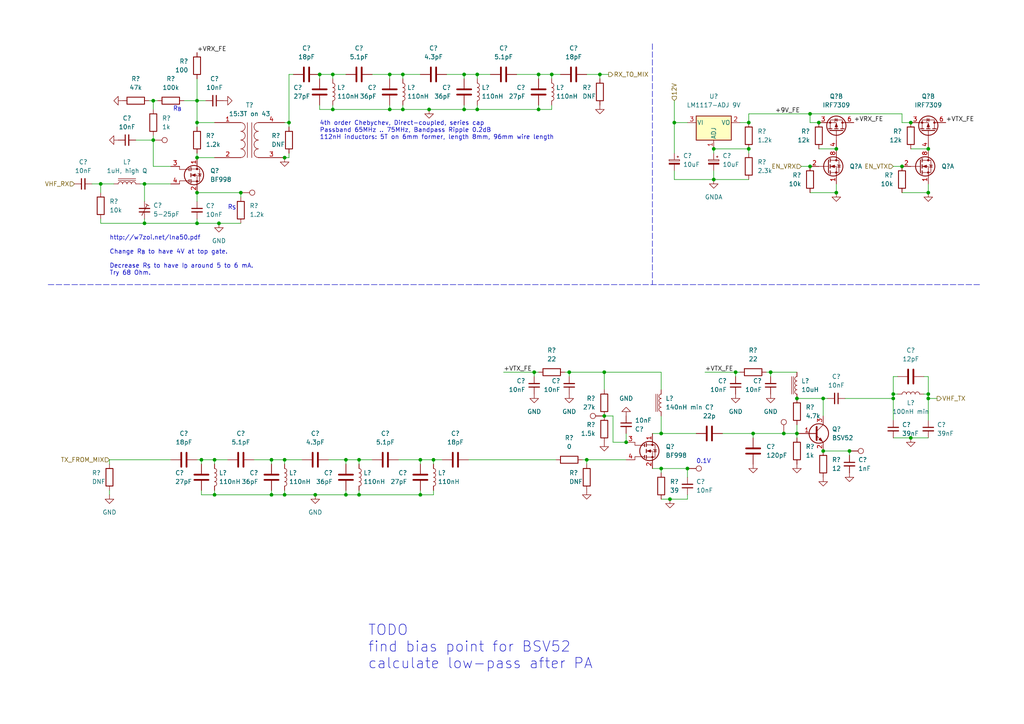
<source format=kicad_sch>
(kicad_sch (version 20211123) (generator eeschema)
  (paper "A4")
  (title_block (title "DART-70 TRX") (date "2023-01-22") (rev "0") (company "HB9EGM") (comment 1 "A 4m Band SSB/CW Transceiver"))
  (lib_symbols
    (symbol "Connector:TestPoint" (pin_numbers hide) (pin_names (offset 0.762) hide)
      (property "Reference" "TP" (at 0 6.858 0))
      (property "Value" "TestPoint" (at 0 5.08 0))
      (symbol "TestPoint_1_1"
        (pin passive line (at 0 0 90) (length 2.54) (name "1") (number "1"))
      )
    )
    (symbol "Device:C" (pin_numbers hide) (pin_names (offset 0.254))
      (property "Reference" "C" (at 0.635 2.54 0))
      (property "Value" "C" (at 0.635 -2.54 0))
      (symbol "C_1_1"
        (pin passive line (at 0 3.81 270) (length 2.794) (name "~") (number "1"))
        (pin passive line (at 0 -3.81 90) (length 2.794) (name "~") (number "2"))
      )
    )
    (symbol "Device:C_Polarized_Small" (pin_numbers hide) (pin_names (offset 0.254) hide)
      (property "Reference" "C" (at 0.254 1.778 0))
      (property "Value" "C_Polarized_Small" (at 0.254 -2.032 0))
      (symbol "C_Polarized_Small_1_1"
        (pin passive line (at 0 2.54 270) (length 1.8542) (name "~") (number "1"))
        (pin passive line (at 0 -2.54 90) (length 1.8542) (name "~") (number "2"))
      )
    )
    (symbol "Device:C_Small" (pin_numbers hide) (pin_names (offset 0.254) hide)
      (property "Reference" "C" (at 0.254 1.778 0))
      (property "Value" "C_Small" (at 0.254 -2.032 0))
      (symbol "C_Small_1_1"
        (pin passive line (at 0 2.54 270) (length 2.032) (name "~") (number "1"))
        (pin passive line (at 0 -2.54 90) (length 2.032) (name "~") (number "2"))
      )
    )
    (symbol "Device:C_Trim_Small" (pin_numbers hide) (pin_names (offset 0.254) hide)
      (property "Reference" "C" (at 1.524 -2.032 0))
      (property "Value" "C_Trim_Small" (at 3.048 -3.556 0))
      (symbol "C_Trim_Small_1_1"
        (pin passive line (at 0 2.54 270) (length 2.032) (name "~") (number "1"))
        (pin passive line (at 0 -2.54 90) (length 2.032) (name "~") (number "2"))
      )
    )
    (symbol "Device:L" (pin_numbers hide) (pin_names (offset 1.016) hide)
      (property "Reference" "L" (at -1.27 0 90))
      (property "Value" "L" (at 1.905 0 90))
      (symbol "L_1_1"
        (pin passive line (at 0 3.81 270) (length 1.27) (name "1") (number "1"))
        (pin passive line (at 0 -3.81 90) (length 1.27) (name "2") (number "2"))
      )
    )
    (symbol "Device:L_Iron" (pin_numbers hide) (pin_names (offset 1.016) hide)
      (property "Reference" "L" (at -1.27 0 90))
      (property "Value" "L_Iron" (at 2.794 0 90))
      (symbol "L_Iron_1_1"
        (pin passive line (at 0 3.81 270) (length 1.27) (name "1") (number "1"))
        (pin passive line (at 0 -3.81 90) (length 1.27) (name "2") (number "2"))
      )
    )
    (symbol "Device:R" (pin_numbers hide) (pin_names (offset 0))
      (property "Reference" "R" (at 2.032 0 90))
      (property "Value" "R" (at 0 0 90))
      (symbol "R_1_1"
        (pin passive line (at 0 3.81 270) (length 1.27) (name "~") (number "1"))
        (pin passive line (at 0 -3.81 90) (length 1.27) (name "~") (number "2"))
      )
    )
    (symbol "Device:Transformer_1P_1S" (pin_names (offset 1.016) hide)
      (property "Reference" "T" (at 0 6.35 0))
      (property "Value" "Transformer_1P_1S" (at 0 -7.62 0))
      (symbol "Transformer_1P_1S_1_1"
        (pin passive line (at -10.16 5.08 0) (length 7.62) (name "AA") (number "1"))
        (pin passive line (at -10.16 -5.08 0) (length 7.62) (name "AB") (number "2"))
        (pin passive line (at 10.16 -5.08 180) (length 7.62) (name "SA") (number "3"))
        (pin passive line (at 10.16 5.08 180) (length 7.62) (name "SB") (number "4"))
      )
    )
    (symbol "Regulator_Linear:LM1117-ADJ" (pin_names (offset 0.254))
      (property "Reference" "U" (at -3.81 3.175 0))
      (property "Value" "LM1117-ADJ" (at 0 3.175 0))
      (symbol "LM1117-ADJ_1_1"
        (pin input line (at 0 -7.62 90) (length 2.54) (name "ADJ") (number "1"))
        (pin power_out line (at 7.62 0 180) (length 2.54) (name "VO") (number "2"))
        (pin power_in line (at -7.62 0 0) (length 2.54) (name "VI") (number "3"))
      )
    )
    (symbol "Transistor_BJT:MMBT3904" (pin_names (offset 0) hide)
      (property "Reference" "Q" (at 5.08 1.905 0))
      (property "Value" "MMBT3904" (at 5.08 0 0))
      (symbol "MMBT3904_1_1"
        (pin input line (at -5.08 0 0) (length 5.715) (name "B") (number "1"))
        (pin passive line (at 2.54 -5.08 90) (length 2.54) (name "E") (number "2"))
        (pin passive line (at 2.54 5.08 270) (length 2.54) (name "C") (number "3"))
      )
    )
    (symbol "Transistor_FET:IRF7309IPBF" (pin_names hide)
      (property "Reference" "Q" (at 5.08 1.905 0))
      (property "Value" "IRF7309IPBF" (at 5.08 0 0))
      (symbol "IRF7309IPBF_1_1"
        (pin passive line (at 2.54 -5.08 90) (length 2.54) (name "S") (number "1"))
        (pin input line (at -5.08 0 0) (length 2.54) (name "G") (number "2"))
        (pin passive line (at 2.54 5.08 270) (length 2.54) hide (name "D") (number "7"))
        (pin passive line (at 2.54 5.08 270) (length 2.54) (name "D") (number "8"))
      )
      (symbol "IRF7309IPBF_2_1"
        (pin passive line (at 2.54 -5.08 90) (length 2.54) (name "1") (number "3"))
        (pin input line (at -5.08 0 0) (length 2.54) (name "G") (number "4"))
        (pin passive line (at 2.54 5.08 270) (length 2.54) hide (name "D") (number "5"))
        (pin passive line (at 2.54 5.08 270) (length 2.54) (name "D") (number "6"))
      )
    )
    (symbol "mpb:BF998" (pin_names hide)
      (property "Reference" "Q?" (at 6.35 1.2701 0))
      (property "Value" "BF998" (at 6.35 -1.2699 0))
      (symbol "BF998_1_1"
        (pin passive line (at 2.54 5.08 270) (length 2.54) (name "D") (number "1"))
        (pin passive line (at 2.54 -5.08 90) (length 2.54) (name "S") (number "2"))
        (pin passive line (at -5.08 2.54 0) (length 2.54) (name "G1") (number "3"))
        (pin passive line (at -5.08 -2.54 0) (length 2.54) (name "G2") (number "4"))
      )
    )
    (symbol "power:GND" (power) (pin_names (offset 0))
      (property "Value" "GND" (at 0 -3.81 0))
      (symbol "GND_1_1"
        (pin power_in line (at 0 0 270) (length 0) hide (name "GND") (number "1"))
      )
    )
    (symbol "power:GNDA" (power) (pin_names (offset 0))
      (property "Value" "GNDA" (at 0 -3.81 0))
      (symbol "GNDA_1_1"
        (pin power_in line (at 0 0 270) (length 0) hide (name "GNDA") (number "1"))
      )
    )
  )
  (junction (at 259.08 114.3))
  (junction (at 217.17 35.56))
  (junction (at 264.16 127))
  (junction (at 121.92 143.51))
  (junction (at 191.77 125.73))
  (junction (at 104.14 133.35))
  (junction (at 237.49 35.56))
  (junction (at 154.94 107.95))
  (junction (at 156.21 31.75))
  (junction (at 207.01 43.18))
  (junction (at 181.61 128.27))
  (junction (at 269.24 114.3))
  (junction (at 116.84 21.59))
  (junction (at 96.52 21.59))
  (junction (at 44.45 29.21))
  (junction (at 138.43 21.59))
  (junction (at 69.85 55.88))
  (junction (at 124.46 31.75))
  (junction (at 113.03 21.59))
  (junction (at 63.5 64.77))
  (junction (at 57.15 64.77))
  (junction (at 57.15 35.56))
  (junction (at 191.77 135.89))
  (junction (at 173.99 21.59))
  (junction (at 83.82 35.56))
  (junction (at 78.74 143.51))
  (junction (at 62.23 143.51))
  (junction (at 234.95 48.26))
  (junction (at 238.76 130.81))
  (junction (at 57.15 55.88))
  (junction (at 259.08 115.57))
  (junction (at 134.62 31.75))
  (junction (at 82.55 143.51))
  (junction (at 41.91 53.34))
  (junction (at 261.62 48.26))
  (junction (at 199.39 135.89))
  (junction (at 246.38 130.81))
  (junction (at 227.33 125.73))
  (junction (at 217.17 43.18))
  (junction (at 156.21 21.59))
  (junction (at 213.36 107.95))
  (junction (at 242.57 55.88))
  (junction (at 195.58 35.56))
  (junction (at 100.33 133.35))
  (junction (at 165.1 107.95))
  (junction (at 269.24 115.57))
  (junction (at 29.21 53.34))
  (junction (at 82.55 133.35))
  (junction (at 170.18 133.35))
  (junction (at 78.74 133.35))
  (junction (at 100.33 143.51))
  (junction (at 91.44 143.51))
  (junction (at 231.14 125.73))
  (junction (at 218.44 125.73))
  (junction (at 44.45 40.64))
  (junction (at 57.15 45.72))
  (junction (at 116.84 31.75))
  (junction (at 134.62 21.59))
  (junction (at 231.14 115.57))
  (junction (at 223.52 107.95))
  (junction (at 207.01 52.07))
  (junction (at 160.02 21.59))
  (junction (at 113.03 31.75))
  (junction (at 175.26 107.95))
  (junction (at 125.73 133.35))
  (junction (at 41.91 64.77))
  (junction (at 194.31 144.78))
  (junction (at 96.52 31.75))
  (junction (at 138.43 31.75))
  (junction (at 82.55 45.72))
  (junction (at 92.71 21.59))
  (junction (at 234.95 33.02))
  (junction (at 57.15 29.21))
  (junction (at 242.57 43.18))
  (junction (at 121.92 133.35))
  (junction (at 269.24 43.18))
  (junction (at 238.76 115.57))
  (junction (at 62.23 133.35))
  (junction (at 269.24 55.88))
  (junction (at 104.14 143.51))
  (junction (at 58.42 133.35))
  (junction (at 264.16 35.56))
  (junction (at 175.26 120.65))
  (wire (pts (xy 96.52 21.59) (xy 96.52 22.86)))
  (wire (pts (xy 62.23 45.72) (xy 57.15 45.72)))
  (wire (pts (xy 134.62 31.75) (xy 134.62 30.48)))
  (wire (pts (xy 121.92 134.62) (xy 121.92 133.35)))
  (wire (pts (xy 261.62 33.02) (xy 261.62 35.56)))
  (wire (pts (xy 125.73 143.51) (xy 125.73 142.24)))
  (wire (pts (xy 213.36 109.22) (xy 213.36 107.95)))
  (wire (pts (xy 31.75 142.24) (xy 31.75 143.51)))
  (wire (pts (xy 154.94 109.22) (xy 154.94 107.95)))
  (wire (pts (xy 58.42 134.62) (xy 58.42 133.35)))
  (wire (pts (xy 195.58 35.56) (xy 195.58 44.45)))
  (wire (pts (xy 238.76 115.57) (xy 240.03 115.57)))
  (wire (pts (xy 246.38 130.81) (xy 238.76 130.81)))
  (wire (pts (xy 199.39 35.56) (xy 195.58 35.56)))
  (wire (pts (xy 82.55 134.62) (xy 82.55 133.35)))
  (wire (pts (xy 218.44 125.73) (xy 218.44 127)))
  (wire (pts (xy 259.08 114.3) (xy 259.08 115.57)))
  (wire (pts (xy 57.15 133.35) (xy 58.42 133.35)))
  (wire (pts (xy 31.75 133.35) (xy 49.53 133.35)))
  (wire (pts (xy 63.5 64.77) (xy 57.15 64.77)))
  (wire (pts (xy 138.43 31.75) (xy 156.21 31.75)))
  (wire (pts (xy 242.57 55.88) (xy 234.95 55.88)))
  (wire (pts (xy 234.95 35.56) (xy 237.49 35.56)))
  (wire (pts (xy 246.38 132.08) (xy 246.38 130.81)))
  (wire (pts (xy 195.58 52.07) (xy 207.01 52.07)))
  (wire (pts (xy 177.8 120.65) (xy 177.8 128.27)))
  (wire (pts (xy 82.55 143.51) (xy 82.55 142.24)))
  (wire (pts (xy 40.64 53.34) (xy 41.91 53.34)))
  (wire (pts (xy 134.62 21.59) (xy 138.43 21.59)))
  (wire (pts (xy 259.08 109.22) (xy 260.35 109.22)))
  (wire (pts (xy 57.15 45.72) (xy 57.15 44.45)))
  (wire (pts (xy 113.03 31.75) (xy 113.03 30.48)))
  (wire (pts (xy 269.24 115.57) (xy 269.24 121.92)))
  (wire (pts (xy 107.95 21.59) (xy 113.03 21.59)))
  (wire (pts (xy 259.08 114.3) (xy 260.35 114.3)))
  (wire (pts (xy 191.77 135.89) (xy 189.23 135.89)))
  (wire (pts (xy 156.21 31.75) (xy 156.21 30.48)))
  (wire (pts (xy 217.17 33.02) (xy 217.17 35.56)))
  (polyline (pts (xy 138.43 82.55) (xy 284.48 82.55)))
  (wire (pts (xy 31.75 134.62) (xy 31.75 133.35)))
  (wire (pts (xy 104.14 143.51) (xy 104.14 142.24)))
  (polyline (pts (xy 13.97 82.55) (xy 138.43 82.55)))
  (wire (pts (xy 231.14 123.19) (xy 231.14 125.73)))
  (wire (pts (xy 269.24 114.3) (xy 267.97 114.3)))
  (wire (pts (xy 57.15 55.88) (xy 57.15 58.42)))
  (wire (pts (xy 156.21 21.59) (xy 160.02 21.59)))
  (wire (pts (xy 177.8 128.27) (xy 181.61 128.27)))
  (wire (pts (xy 83.82 44.45) (xy 83.82 45.72)))
  (wire (pts (xy 232.41 48.26) (xy 234.95 48.26)))
  (wire (pts (xy 175.26 107.95) (xy 191.77 107.95)))
  (wire (pts (xy 100.33 143.51) (xy 100.33 142.24)))
  (wire (pts (xy 82.55 143.51) (xy 78.74 143.51)))
  (wire (pts (xy 96.52 21.59) (xy 100.33 21.59)))
  (wire (pts (xy 124.46 31.75) (xy 134.62 31.75)))
  (wire (pts (xy 58.42 133.35) (xy 62.23 133.35)))
  (polyline (pts (xy 189.23 12.7) (xy 189.23 82.55)))
  (wire (pts (xy 29.21 64.77) (xy 41.91 64.77)))
  (wire (pts (xy 43.18 29.21) (xy 44.45 29.21)))
  (wire (pts (xy 234.95 33.02) (xy 217.17 33.02)))
  (wire (pts (xy 191.77 125.73) (xy 201.93 125.73)))
  (wire (pts (xy 73.66 133.35) (xy 78.74 133.35)))
  (wire (pts (xy 78.74 133.35) (xy 82.55 133.35)))
  (wire (pts (xy 121.92 133.35) (xy 125.73 133.35)))
  (wire (pts (xy 96.52 31.75) (xy 113.03 31.75)))
  (wire (pts (xy 269.24 114.3) (xy 269.24 115.57)))
  (wire (pts (xy 234.95 33.02) (xy 234.95 35.56)))
  (wire (pts (xy 116.84 22.86) (xy 116.84 21.59)))
  (wire (pts (xy 199.39 143.51) (xy 199.39 144.78)))
  (wire (pts (xy 199.39 144.78) (xy 194.31 144.78)))
  (wire (pts (xy 149.86 21.59) (xy 156.21 21.59)))
  (wire (pts (xy 85.09 21.59) (xy 83.82 21.59)))
  (wire (pts (xy 269.24 109.22) (xy 269.24 114.3)))
  (wire (pts (xy 156.21 22.86) (xy 156.21 21.59)))
  (wire (pts (xy 213.36 107.95) (xy 214.63 107.95)))
  (wire (pts (xy 222.25 107.95) (xy 223.52 107.95)))
  (wire (pts (xy 78.74 143.51) (xy 78.74 142.24)))
  (wire (pts (xy 115.57 133.35) (xy 121.92 133.35)))
  (wire (pts (xy 156.21 31.75) (xy 160.02 31.75)))
  (wire (pts (xy 41.91 64.77) (xy 57.15 64.77)))
  (wire (pts (xy 269.24 109.22) (xy 267.97 109.22)))
  (wire (pts (xy 57.15 64.77) (xy 57.15 63.5)))
  (wire (pts (xy 57.15 29.21) (xy 57.15 22.86)))
  (wire (pts (xy 83.82 45.72) (xy 82.55 45.72)))
  (wire (pts (xy 173.99 21.59) (xy 176.53 21.59)))
  (wire (pts (xy 57.15 36.83) (xy 57.15 35.56)))
  (wire (pts (xy 154.94 107.95) (xy 156.21 107.95)))
  (wire (pts (xy 191.77 144.78) (xy 194.31 144.78)))
  (wire (pts (xy 116.84 31.75) (xy 113.03 31.75)))
  (wire (pts (xy 100.33 134.62) (xy 100.33 133.35)))
  (wire (pts (xy 138.43 21.59) (xy 142.24 21.59)))
  (wire (pts (xy 207.01 49.53) (xy 207.01 52.07)))
  (wire (pts (xy 113.03 22.86) (xy 113.03 21.59)))
  (wire (pts (xy 58.42 143.51) (xy 58.42 142.24)))
  (wire (pts (xy 135.89 133.35) (xy 161.29 133.35)))
  (wire (pts (xy 62.23 35.56) (xy 57.15 35.56)))
  (wire (pts (xy 104.14 134.62) (xy 104.14 133.35)))
  (wire (pts (xy 82.55 35.56) (xy 83.82 35.56)))
  (wire (pts (xy 58.42 143.51) (xy 62.23 143.51)))
  (wire (pts (xy 165.1 109.22) (xy 165.1 107.95)))
  (wire (pts (xy 113.03 21.59) (xy 116.84 21.59)))
  (wire (pts (xy 264.16 43.18) (xy 269.24 43.18)))
  (wire (pts (xy 69.85 64.77) (xy 63.5 64.77)))
  (wire (pts (xy 62.23 133.35) (xy 62.23 134.62)))
  (wire (pts (xy 44.45 29.21) (xy 44.45 31.75)))
  (wire (pts (xy 69.85 57.15) (xy 69.85 55.88)))
  (wire (pts (xy 116.84 21.59) (xy 121.92 21.59)))
  (wire (pts (xy 125.73 134.62) (xy 125.73 133.35)))
  (wire (pts (xy 29.21 63.5) (xy 29.21 64.77)))
  (wire (pts (xy 62.23 143.51) (xy 62.23 142.24)))
  (wire (pts (xy 261.62 35.56) (xy 264.16 35.56)))
  (wire (pts (xy 92.71 31.75) (xy 96.52 31.75)))
  (wire (pts (xy 160.02 22.86) (xy 160.02 21.59)))
  (wire (pts (xy 83.82 36.83) (xy 83.82 35.56)))
  (wire (pts (xy 92.71 21.59) (xy 96.52 21.59)))
  (wire (pts (xy 173.99 22.86) (xy 173.99 21.59)))
  (wire (pts (xy 138.43 22.86) (xy 138.43 21.59)))
  (wire (pts (xy 104.14 143.51) (xy 121.92 143.51)))
  (wire (pts (xy 41.91 53.34) (xy 49.53 53.34)))
  (polyline (pts (xy 138.43 82.55) (xy 138.43 82.55)))
  (wire (pts (xy 223.52 109.22) (xy 223.52 107.95)))
  (wire (pts (xy 214.63 35.56) (xy 217.17 35.56)))
  (wire (pts (xy 92.71 22.86) (xy 92.71 21.59)))
  (wire (pts (xy 41.91 58.42) (xy 41.91 53.34)))
  (wire (pts (xy 191.77 135.89) (xy 191.77 137.16)))
  (wire (pts (xy 217.17 43.18) (xy 217.17 44.45)))
  (wire (pts (xy 116.84 31.75) (xy 124.46 31.75)))
  (wire (pts (xy 39.37 40.64) (xy 44.45 40.64)))
  (wire (pts (xy 269.24 115.57) (xy 271.78 115.57)))
  (wire (pts (xy 160.02 21.59) (xy 162.56 21.59)))
  (wire (pts (xy 29.21 55.88) (xy 29.21 53.34)))
  (wire (pts (xy 62.23 133.35) (xy 66.04 133.35)))
  (wire (pts (xy 165.1 107.95) (xy 175.26 107.95)))
  (wire (pts (xy 91.44 143.51) (xy 100.33 143.51)))
  (wire (pts (xy 259.08 48.26) (xy 261.62 48.26)))
  (wire (pts (xy 168.91 133.35) (xy 170.18 133.35)))
  (wire (pts (xy 44.45 39.37) (xy 44.45 40.64)))
  (wire (pts (xy 160.02 31.75) (xy 160.02 30.48)))
  (wire (pts (xy 121.92 143.51) (xy 125.73 143.51)))
  (wire (pts (xy 100.33 133.35) (xy 104.14 133.35)))
  (wire (pts (xy 45.72 29.21) (xy 44.45 29.21)))
  (wire (pts (xy 238.76 120.65) (xy 238.76 115.57)))
  (wire (pts (xy 269.24 53.34) (xy 269.24 55.88)))
  (wire (pts (xy 95.25 133.35) (xy 100.33 133.35)))
  (wire (pts (xy 175.26 113.03) (xy 175.26 107.95)))
  (wire (pts (xy 116.84 31.75) (xy 116.84 30.48)))
  (wire (pts (xy 259.08 109.22) (xy 259.08 114.3)))
  (wire (pts (xy 209.55 125.73) (xy 218.44 125.73)))
  (wire (pts (xy 134.62 22.86) (xy 134.62 21.59)))
  (wire (pts (xy 264.16 127) (xy 269.24 127)))
  (wire (pts (xy 207.01 43.18) (xy 207.01 44.45)))
  (wire (pts (xy 191.77 113.03) (xy 191.77 107.95)))
  (wire (pts (xy 237.49 43.18) (xy 242.57 43.18)))
  (wire (pts (xy 231.14 125.73) (xy 231.14 127)))
  (wire (pts (xy 104.14 133.35) (xy 107.95 133.35)))
  (wire (pts (xy 170.18 134.62) (xy 170.18 133.35)))
  (wire (pts (xy 121.92 143.51) (xy 121.92 142.24)))
  (wire (pts (xy 125.73 133.35) (xy 128.27 133.35)))
  (wire (pts (xy 82.55 133.35) (xy 87.63 133.35)))
  (wire (pts (xy 96.52 31.75) (xy 96.52 30.48)))
  (wire (pts (xy 227.33 125.73) (xy 231.14 125.73)))
  (wire (pts (xy 181.61 128.27) (xy 181.61 125.73)))
  (wire (pts (xy 69.85 55.88) (xy 57.15 55.88)))
  (wire (pts (xy 259.08 127) (xy 264.16 127)))
  (wire (pts (xy 195.58 49.53) (xy 195.58 52.07)))
  (wire (pts (xy 261.62 33.02) (xy 234.95 33.02)))
  (wire (pts (xy 129.54 21.59) (xy 134.62 21.59)))
  (wire (pts (xy 138.43 31.75) (xy 138.43 30.48)))
  (wire (pts (xy 245.11 115.57) (xy 259.08 115.57)))
  (wire (pts (xy 199.39 138.43) (xy 199.39 135.89)))
  (wire (pts (xy 191.77 120.65) (xy 191.77 125.73)))
  (wire (pts (xy 189.23 125.73) (xy 191.77 125.73)))
  (wire (pts (xy 218.44 125.73) (xy 227.33 125.73)))
  (wire (pts (xy 195.58 29.21) (xy 195.58 35.56)))
  (wire (pts (xy 238.76 115.57) (xy 231.14 115.57)))
  (wire (pts (xy 78.74 134.62) (xy 78.74 133.35)))
  (wire (pts (xy 170.18 21.59) (xy 173.99 21.59)))
  (wire (pts (xy 175.26 120.65) (xy 177.8 120.65)))
  (wire (pts (xy 57.15 29.21) (xy 59.69 29.21)))
  (wire (pts (xy 53.34 29.21) (xy 57.15 29.21)))
  (wire (pts (xy 204.47 107.95) (xy 213.36 107.95)))
  (wire (pts (xy 83.82 21.59) (xy 83.82 35.56)))
  (wire (pts (xy 92.71 31.75) (xy 92.71 30.48)))
  (wire (pts (xy 44.45 48.26) (xy 49.53 48.26)))
  (wire (pts (xy 163.83 107.95) (xy 165.1 107.95)))
  (wire (pts (xy 26.67 53.34) (xy 29.21 53.34)))
  (wire (pts (xy 269.24 55.88) (xy 261.62 55.88)))
  (wire (pts (xy 44.45 40.64) (xy 44.45 48.26)))
  (wire (pts (xy 134.62 31.75) (xy 138.43 31.75)))
  (wire (pts (xy 170.18 133.35) (xy 181.61 133.35)))
  (wire (pts (xy 41.91 63.5) (xy 41.91 64.77)))
  (wire (pts (xy 207.01 52.07) (xy 217.17 52.07)))
  (wire (pts (xy 100.33 143.51) (xy 104.14 143.51)))
  (wire (pts (xy 62.23 143.51) (xy 78.74 143.51)))
  (wire (pts (xy 29.21 53.34) (xy 33.02 53.34)))
  (wire (pts (xy 223.52 107.95) (xy 231.14 107.95)))
  (wire (pts (xy 57.15 35.56) (xy 57.15 29.21)))
  (wire (pts (xy 199.39 135.89) (xy 191.77 135.89)))
  (wire (pts (xy 207.01 43.18) (xy 217.17 43.18)))
  (wire (pts (xy 259.08 115.57) (xy 259.08 121.92)))
  (wire (pts (xy 146.05 107.95) (xy 154.94 107.95)))
  (wire (pts (xy 82.55 143.51) (xy 91.44 143.51)))
  (wire (pts (xy 242.57 53.34) (xy 242.57 55.88)))
  (text "R_{B}" (at 50.165 32.385 0) (effects (font (size 1.27 1.27)) (justify left bottom)))
  (text "R_{S}" (at 66.04 60.96 0) (effects (font (size 1.27 1.27)) (justify left bottom)))
  (text "TODO\nfind bias point for BSV52\ncalculate low-pass after PA" (at 106.68 194.31 0) (effects (font (size 3 3)) (justify left bottom)))
  (text "http://w7zoi.net/lna50.pdf\n\nChange R_{B} to have 4V at top gate.\n\nDecrease R_{S} to have I_{D} around 5 to 6 mA.\nTry 68 Ohm." (at 31.75 80.01 0) (effects (font (size 1.27 1.27)) (justify left bottom)))
  (text "4th order Chebychev, Direct-coupled, series cap\nPassband 65MHz .. 75MHz, Bandpass Ripple 0.2dB\n112nH inductors: 5T on 6mm former, length 8mm, 96mm wire length" (at 92.71 40.64 0) (effects (font (size 1.27 1.27)) (justify left bottom)))
  (text "0.1V" (at 201.93 134.62 0) (effects (font (size 1.27 1.27)) (justify left bottom)))
  (label "+VTX_FE" (at 274.32 35.56 0))
  (label "+VRX_FE" (at 57.15 15.24 0))
  (label "+VTX_FE" (at 146.05 107.95 0))
  (label "+VTX_FE" (at 204.47 107.95 0))
  (label "+VRX_FE" (at 247.65 35.56 0))
  (label "+9V_FE" (at 224.79 33.02 0))
  (hierarchical_label "12V" (shape input) (at 195.58 29.21 90))
  (hierarchical_label "EN_VTX" (shape input) (at 259.08 48.26 180))
  (hierarchical_label "VHF_RX" (shape input) (at 21.59 53.34 180))
  (hierarchical_label "EN_VRX" (shape input) (at 232.41 48.26 180))
  (hierarchical_label "VHF_TX" (shape output) (at 271.78 115.57 0))
  (hierarchical_label "TX_FROM_MIX" (shape input) (at 31.75 133.35 180))
  (hierarchical_label "RX_TO_MIX" (shape output) (at 176.53 21.59 0))
  (symbol (lib_id "Device:C_Small") (at 36.83 40.64 90) (unit 1)
    (property "Reference" "C?" (at 36.8363 34.29 90))
    (property "Value" "10nF" (at 36.8363 36.83 90))
  )
  (symbol (lib_id "Device:R") (at 217.17 48.26 0) (mirror y) (unit 1)
    (property "Reference" "R?" (at 219.71 46.9899 0) (effects (justify right)))
    (property "Value" "2.3k" (at 219.71 49.5299 0) (effects (justify right)))
    (property "Footprint" "Resistor_SMD:R_0603_1608Metric_Pad1.05x0.95mm_HandSolder" (effects hide))
  )
  (symbol (lib_id "Device:R") (at 231.14 119.38 0) (mirror y) (unit 1)
    (property "Reference" "R?" (at 233.68 118.1099 0) (effects (justify right)))
    (property "Value" "4.7k" (at 233.68 120.6499 0) (effects (justify right)))
  )
  (symbol (lib_id "Device:C_Small") (at 223.52 111.76 0) (mirror x) (unit 1)
    (property "Reference" "C?" (at 220.98 110.4835 0) (effects (justify right)))
    (property "Value" "10nF" (at 220.98 113.0235 0) (effects (justify right)))
  )
  (symbol (lib_id "Device:C_Small") (at 269.24 124.46 0) (mirror y) (unit 1)
    (property "Reference" "C?" (at 271.78 123.1962 0) (effects (justify right)))
    (property "Value" "39nF" (at 271.78 125.7362 0) (effects (justify right)))
  )
  (symbol (lib_id "Device:C") (at 88.9 21.59 90) (unit 1)
    (property "Reference" "C?" (at 88.9 13.97 90))
    (property "Value" "18pF" (at 88.9 16.51 90))
    (property "Footprint" "Capacitor_SMD:C_0603_1608Metric_Pad1.05x0.95mm_HandSolder" (effects hide))
    (property "MPN" "CBR" (effects hide))
    (property "Need_order" "0" (effects hide))
  )
  (symbol (lib_id "Connector:TestPoint") (at 199.39 135.89 270) (unit 1)
    (property "Reference" "TP?" (effects hide))
    (property "Value" "VG" (effects hide))
    (property "Footprint" "TestPoint:TestPoint_Pad_D2.0mm" (effects hide))
  )
  (symbol (lib_id "Device:C") (at 100.33 138.43 180) (unit 1)
    (property "Reference" "C?" (at 96.52 137.1599 0) (effects (justify left)))
    (property "Value" "36pF" (at 96.52 139.6999 0) (effects (justify left)))
    (property "Footprint" "Capacitor_SMD:C_0603_1608Metric_Pad1.05x0.95mm_HandSolder" (effects hide))
    (property "MPN" "CBR" (effects hide))
    (property "Need_order" "0" (effects hide))
  )
  (symbol (lib_id "Device:R") (at 234.95 52.07 180) (unit 1)
    (property "Reference" "R?" (at 232.41 50.7999 0) (effects (justify left)))
    (property "Value" "10k" (at 232.41 53.3399 0) (effects (justify left)))
    (property "Footprint" "Resistor_SMD:R_0603_1608Metric_Pad1.05x0.95mm_HandSolder" (effects hide))
  )
  (symbol (lib_id "Device:C") (at 205.74 125.73 90) (unit 1)
    (property "Reference" "C?" (at 205.74 118.11 90))
    (property "Value" "22p" (at 205.74 120.65 90))
    (property "Footprint" "Capacitor_SMD:C_0603_1608Metric_Pad1.05x0.95mm_HandSolder" (effects hide))
    (property "MPN" "CBR" (effects hide))
    (property "Need_order" "0" (effects hide))
  )
  (symbol (lib_id "power:GND") (at 154.94 114.3 0) (mirror y) (unit 1)
    (property "Reference" "#PWR?" (effects hide))
    (property "Value" "GND" (at 154.94 119.38 0))
  )
  (symbol (lib_id "power:GNDA") (at 269.24 55.88 0) (unit 1)
    (property "Reference" "#PWR?" (effects hide))
    (property "Value" "GNDA" (effects hide))
  )
  (symbol (lib_id "Device:C") (at 156.21 26.67 180) (unit 1)
    (property "Reference" "C?" (at 152.4 25.3999 0) (effects (justify left)))
    (property "Value" "27pF" (at 152.4 27.9399 0) (effects (justify left)))
    (property "Footprint" "Capacitor_SMD:C_0603_1608Metric_Pad1.05x0.95mm_HandSolder" (effects hide))
    (property "MPN" "CBR" (effects hide))
    (property "Need_order" "0" (effects hide))
  )
  (symbol (lib_id "power:GND") (at 238.76 138.43 0) (unit 1)
    (property "Reference" "#PWR?" (effects hide))
    (property "Value" "GND" (effects hide))
  )
  (symbol (lib_id "Device:R") (at 175.26 116.84 0) (mirror x) (unit 1)
    (property "Reference" "R?" (at 172.72 115.5699 0) (effects (justify right)))
    (property "Value" "27k" (at 172.72 118.1099 0) (effects (justify right)))
  )
  (symbol (lib_id "Device:R") (at 44.45 35.56 0) (unit 1)
    (property "Reference" "R?" (at 46.99 34.2899 0) (effects (justify left)))
    (property "Value" "1k" (at 46.99 36.8299 0) (effects (justify left)))
  )
  (symbol (lib_id "Connector:TestPoint") (at 227.33 125.73 0) (unit 1)
    (property "Reference" "TP?" (effects hide))
    (property "Value" "VG" (effects hide))
    (property "Footprint" "TestPoint:TestPoint_Pad_D2.0mm" (effects hide))
  )
  (symbol (lib_id "Device:L") (at 160.02 26.67 0) (unit 1)
    (property "Reference" "L?" (at 161.29 25.3999 0) (effects (justify left)))
    (property "Value" "110nH" (at 161.29 27.9399 0) (effects (justify left)))
    (property "Footprint" "mpb:AirCoil-8mm" (effects hide))
    (property "Need_order" "0" (effects hide))
  )
  (symbol (lib_id "power:GND") (at 82.55 45.72 0) (unit 1)
    (property "Reference" "#PWR?" (effects hide))
    (property "Value" "GND" (effects hide))
  )
  (symbol (lib_id "Device:C") (at 111.76 133.35 270) (unit 1)
    (property "Reference" "C?" (at 111.76 125.73 90))
    (property "Value" "5.1pF" (at 111.76 128.27 90))
    (property "Footprint" "Capacitor_SMD:C_0603_1608Metric_Pad1.05x0.95mm_HandSolder" (effects hide))
    (property "MPN" "CBR" (effects hide))
    (property "Need_order" "0" (effects hide))
  )
  (symbol (lib_id "Device:C_Small") (at 181.61 123.19 0) (mirror y) (unit 1)
    (property "Reference" "C?" (at 184.15 124.4665 0) (effects (justify right)))
    (property "Value" "10nF" (at 184.15 121.9265 0) (effects (justify right)))
  )
  (symbol (lib_id "Connector:TestPoint") (at 246.38 130.81 270) (unit 1)
    (property "Reference" "TP?" (effects hide))
    (property "Value" "VG" (effects hide))
    (property "Footprint" "TestPoint:TestPoint_Pad_D2.0mm" (effects hide))
  )
  (symbol (lib_id "Device:C") (at 104.14 21.59 90) (unit 1)
    (property "Reference" "C?" (at 104.14 13.97 90))
    (property "Value" "5.1pF" (at 104.14 16.51 90))
    (property "Footprint" "Capacitor_SMD:C_0603_1608Metric_Pad1.05x0.95mm_HandSolder" (effects hide))
    (property "MPN" "CBR" (effects hide))
    (property "Need_order" "0" (effects hide))
  )
  (symbol (lib_id "Device:R") (at 231.14 130.81 0) (mirror y) (unit 1)
    (property "Reference" "R?" (at 233.68 129.5399 0) (effects (justify right)))
    (property "Value" "1k" (at 233.68 132.0799 0) (effects (justify right)))
  )
  (symbol (lib_id "Connector:TestPoint") (at 69.85 55.88 270) (unit 1)
    (property "Reference" "TP?" (effects hide))
    (property "Value" "VG" (effects hide))
    (property "Footprint" "TestPoint:TestPoint_Pad_D2.0mm" (effects hide))
  )
  (symbol (lib_id "Device:C") (at 264.16 109.22 90) (unit 1)
    (property "Reference" "C?" (at 264.16 101.6 90))
    (property "Value" "12pF" (at 264.16 104.14 90))
    (property "Footprint" "Capacitor_SMD:C_0603_1608Metric_Pad1.05x0.95mm_HandSolder" (effects hide))
    (property "MPN" "CBR" (effects hide))
    (property "Need_order" "0" (effects hide))
  )
  (symbol (lib_id "Connector:TestPoint") (at 175.26 120.65 90) (unit 1)
    (property "Reference" "TP?" (effects hide))
    (property "Value" "VG" (effects hide))
    (property "Footprint" "TestPoint:TestPoint_Pad_D2.0mm" (effects hide))
  )
  (symbol (lib_id "Device:C") (at 91.44 133.35 270) (unit 1)
    (property "Reference" "C?" (at 91.44 125.73 90))
    (property "Value" "4.3pF" (at 91.44 128.27 90))
    (property "Footprint" "Capacitor_SMD:C_0603_1608Metric_Pad1.05x0.95mm_HandSolder" (effects hide))
    (property "MPN" "CBR" (effects hide))
    (property "Need_order" "0" (effects hide))
  )
  (symbol (lib_id "Device:C") (at 134.62 26.67 180) (unit 1)
    (property "Reference" "C?" (at 130.81 25.3999 0) (effects (justify left)))
    (property "Value" "36pF" (at 130.81 27.9399 0) (effects (justify left)))
    (property "Footprint" "Capacitor_SMD:C_0603_1608Metric_Pad1.05x0.95mm_HandSolder" (effects hide))
    (property "MPN" "CBR" (effects hide))
    (property "Need_order" "0" (effects hide))
  )
  (symbol (lib_id "Device:R") (at 165.1 133.35 270) (unit 1)
    (property "Reference" "R?" (at 165.1 127 90))
    (property "Value" "0" (at 165.1 129.54 90))
  )
  (symbol (lib_id "power:GND") (at 35.56 29.21 270) (unit 1)
    (property "Reference" "#PWR?" (effects hide))
    (property "Value" "GND" (effects hide))
  )
  (symbol (lib_id "Device:C_Small") (at 242.57 115.57 270) (mirror x) (unit 1)
    (property "Reference" "C?" (at 242.5636 109.22 90))
    (property "Value" "10nF" (at 242.5636 111.76 90))
  )
  (symbol (lib_id "power:GND") (at 173.99 30.48 0) (unit 1)
    (property "Reference" "#PWR?" (effects hide))
    (property "Value" "GND" (effects hide))
  )
  (symbol (lib_id "Transistor_FET:IRF7309IPBF") (at 269.24 38.1 270) (mirror x) (unit 2)
    (property "Reference" "Q?" (at 269.24 27.94 90))
    (property "Value" "IRF7309" (at 269.24 30.48 90))
    (property "Footprint" "Package_SO:SOIC-8_3.9x4.9mm_P1.27mm" (effects hide))
    (property "Datasheet" "http://www.irf.com/product-info/datasheets/data/irf7309ipbf.pdf" (effects hide))
    (property "MPN" "IRF7309IPBF" (effects hide))
    (property "Need_order" "1" (effects hide))
  )
  (symbol (lib_id "power:GNDA") (at 242.57 55.88 0) (unit 1)
    (property "Reference" "#PWR?" (effects hide))
    (property "Value" "GNDA" (effects hide))
  )
  (symbol (lib_id "Device:C") (at 53.34 133.35 90) (unit 1)
    (property "Reference" "C?" (at 53.34 125.73 90))
    (property "Value" "18pF" (at 53.34 128.27 90))
    (property "Footprint" "Capacitor_SMD:C_0603_1608Metric_Pad1.05x0.95mm_HandSolder" (effects hide))
    (property "MPN" "CBR" (effects hide))
    (property "Need_order" "0" (effects hide))
  )
  (symbol (lib_id "power:GND") (at 170.18 142.24 0) (unit 1)
    (property "Reference" "#PWR?" (effects hide))
    (property "Value" "GND" (effects hide))
  )
  (symbol (lib_id "Device:L") (at 62.23 138.43 0) (unit 1)
    (property "Reference" "L?" (at 63.5 137.1599 0) (effects (justify left)))
    (property "Value" "110nH" (at 63.5 139.6999 0) (effects (justify left)))
    (property "Footprint" "mpb:AirCoil-8mm" (effects hide))
    (property "Need_order" "0" (effects hide))
  )
  (symbol (lib_id "Device:C_Small") (at 259.08 124.46 0) (mirror y) (unit 1)
    (property "Reference" "C?" (at 261.62 123.1962 0) (effects (justify right)))
    (property "Value" "39nF" (at 261.62 125.7362 0) (effects (justify right)))
  )
  (symbol (lib_id "Transistor_FET:IRF7309IPBF") (at 266.7 48.26 0) (unit 1)
    (property "Reference" "Q?" (at 273.05 48.2599 0) (effects (justify left)))
    (property "Value" "IRF7309IPBF" (effects hide))
    (property "Footprint" "Package_SO:SOIC-8_3.9x4.9mm_P1.27mm" (effects hide))
    (property "Datasheet" "http://www.irf.com/product-info/datasheets/data/irf7309ipbf.pdf" (effects hide))
  )
  (symbol (lib_id "power:GND") (at 231.14 134.62 0) (unit 1)
    (property "Reference" "#PWR?" (effects hide))
    (property "Value" "GND" (effects hide))
  )
  (symbol (lib_id "Device:R") (at 69.85 60.96 0) (unit 1)
    (property "Reference" "R?" (at 72.39 59.6899 0) (effects (justify left)))
    (property "Value" "1.2k" (at 72.39 62.2299 0) (effects (justify left)))
  )
  (symbol (lib_id "power:GNDA") (at 207.01 52.07 0) (unit 1)
    (property "Reference" "#PWR?" (effects hide))
    (property "Value" "GNDA" (at 207.01 57.15 0))
  )
  (symbol (lib_id "Device:C") (at 166.37 21.59 90) (unit 1)
    (property "Reference" "C?" (at 166.37 13.97 90))
    (property "Value" "18pF" (at 166.37 16.51 90))
    (property "Footprint" "Capacitor_SMD:C_0603_1608Metric_Pad1.05x0.95mm_HandSolder" (effects hide))
    (property "MPN" "CBR" (effects hide))
    (property "Need_order" "0" (effects hide))
  )
  (symbol (lib_id "Device:C_Small") (at 57.15 60.96 0) (unit 1)
    (property "Reference" "C?" (at 59.69 59.6962 0) (effects (justify left)))
    (property "Value" "10nF" (at 59.69 62.2362 0) (effects (justify left)))
  )
  (symbol (lib_id "mpb:BF998") (at 186.69 130.81 0) (unit 1)
    (property "Reference" "Q?" (at 193.04 129.5399 0) (effects (justify left)))
    (property "Value" "BF998" (at 193.04 132.0799 0) (effects (justify left)))
    (property "Footprint" "Package_TO_SOT_SMD:SOT-143" (effects hide))
    (property "Datasheet" "/home/bram/Sync/Doc/Datasheet/BF998.pdf" (effects hide))
  )
  (symbol (lib_id "Transistor_BJT:MMBT3904") (at 236.22 125.73 0) (unit 1)
    (property "Reference" "Q?" (at 241.3 124.4599 0) (effects (justify left)))
    (property "Value" "BSV52" (at 241.3 126.9999 0) (effects (justify left)))
    (property "Footprint" "Package_TO_SOT_SMD:SOT-23" (effects hide))
    (property "Datasheet" "/home/bram/Sync/Doc/Datasheet/BSV52LT1_D-1803134.pdf" (effects hide))
    (property "MPN" "BSV52LT1G" (effects hide))
    (property "Need_order" "0" (effects hide))
  )
  (symbol (lib_id "Device:C") (at 92.71 26.67 180) (unit 1)
    (property "Reference" "C?" (at 85.09 25.4 0) (effects (justify right)))
    (property "Value" "27pF" (at 85.09 27.94 0) (effects (justify right)))
    (property "Footprint" "Capacitor_SMD:C_0603_1608Metric_Pad1.05x0.95mm_HandSolder" (effects hide))
    (property "MPN" "CBR" (effects hide))
    (property "Need_order" "0" (effects hide))
  )
  (symbol (lib_id "power:GND") (at 246.38 137.16 0) (unit 1)
    (property "Reference" "#PWR?" (effects hide))
    (property "Value" "GND" (effects hide))
  )
  (symbol (lib_id "power:GND") (at 175.26 128.27 0) (mirror y) (unit 1)
    (property "Reference" "#PWR?" (effects hide))
    (property "Value" "GND" (effects hide))
  )
  (symbol (lib_id "Device:C") (at 218.44 130.81 180) (unit 1)
    (property "Reference" "C?" (at 222.25 129.5399 0) (effects (justify right)))
    (property "Value" "120pF" (at 222.25 132.0799 0) (effects (justify right)))
    (property "Footprint" "Capacitor_SMD:C_0603_1608Metric_Pad1.05x0.95mm_HandSolder" (effects hide))
    (property "MPN" "CBR" (effects hide))
    (property "Need_order" "0" (effects hide))
  )
  (symbol (lib_id "Device:C_Trim_Small") (at 41.91 60.96 0) (unit 1)
    (property "Reference" "C?" (at 44.45 59.5629 0) (effects (justify left)))
    (property "Value" "5-25pF" (at 44.45 62.1029 0) (effects (justify left)))
  )
  (symbol (lib_id "Device:L") (at 125.73 138.43 0) (unit 1)
    (property "Reference" "L?" (at 127 137.1599 0) (effects (justify left)))
    (property "Value" "110nH" (at 127 139.6999 0) (effects (justify left)))
    (property "Footprint" "mpb:AirCoil-8mm" (effects hide))
    (property "Need_order" "0" (effects hide))
  )
  (symbol (lib_id "power:GND") (at 213.36 114.3 0) (mirror y) (unit 1)
    (property "Reference" "#PWR?" (effects hide))
    (property "Value" "GND" (at 213.36 119.38 0))
  )
  (symbol (lib_id "Device:R") (at 39.37 29.21 90) (unit 1)
    (property "Reference" "R?" (at 39.37 22.86 90))
    (property "Value" "47k" (at 39.37 25.4 90))
  )
  (symbol (lib_id "power:GND") (at 124.46 31.75 0) (unit 1)
    (property "Reference" "#PWR?" (effects hide))
    (property "Value" "GND" (effects hide))
  )
  (symbol (lib_id "Device:R") (at 237.49 39.37 0) (unit 1)
    (property "Reference" "R?" (at 234.95 38.0999 0) (effects (justify right)))
    (property "Value" "12k" (at 234.95 40.6399 0) (effects (justify right)))
    (property "Footprint" "Resistor_SMD:R_0603_1608Metric_Pad1.05x0.95mm_HandSolder" (effects hide))
  )
  (symbol (lib_id "Device:L") (at 264.16 114.3 90) (unit 1)
    (property "Reference" "L?" (at 264.16 116.84 90))
    (property "Value" "100nH min" (at 264.16 119.38 90))
    (property "Description" "NEOSID 00 5261 00 originally, 115nH minimum" (effects hide))
  )
  (symbol (lib_id "Device:C_Small") (at 165.1 111.76 0) (mirror x) (unit 1)
    (property "Reference" "C?" (at 162.56 110.4835 0) (effects (justify right)))
    (property "Value" "10nF" (at 162.56 113.0235 0) (effects (justify right)))
  )
  (symbol (lib_id "Device:R") (at 160.02 107.95 270) (mirror x) (unit 1)
    (property "Reference" "R?" (at 160.02 101.6 90))
    (property "Value" "22" (at 160.02 104.14 90))
  )
  (symbol (lib_id "Device:C") (at 146.05 21.59 270) (unit 1)
    (property "Reference" "C?" (at 146.05 13.97 90))
    (property "Value" "5.1pF" (at 146.05 16.51 90))
    (property "Footprint" "Capacitor_SMD:C_0603_1608Metric_Pad1.05x0.95mm_HandSolder" (effects hide))
    (property "MPN" "CBR" (effects hide))
    (property "Need_order" "0" (effects hide))
  )
  (symbol (lib_id "Connector:TestPoint") (at 44.45 40.64 270) (unit 1)
    (property "Reference" "TP?" (effects hide))
    (property "Value" "VG" (effects hide))
    (property "Footprint" "TestPoint:TestPoint_Pad_D2.0mm" (effects hide))
  )
  (symbol (lib_id "Device:Transformer_1P_1S") (at 72.39 40.64 0) (unit 1)
    (property "Reference" "T?" (at 72.4027 30.48 0))
    (property "Value" "15:3T on 43" (at 72.4027 33.02 0))
  )
  (symbol (lib_id "Device:R") (at 57.15 40.64 0) (unit 1)
    (property "Reference" "R?" (at 59.69 39.3699 0) (effects (justify left)))
    (property "Value" "1.2k" (at 59.69 41.9099 0) (effects (justify left)))
  )
  (symbol (lib_id "Device:R") (at 29.21 59.69 0) (unit 1)
    (property "Reference" "R?" (at 31.75 58.4199 0) (effects (justify left)))
    (property "Value" "10k" (at 31.75 60.9599 0) (effects (justify left)))
  )
  (symbol (lib_id "Device:L") (at 82.55 138.43 0) (unit 1)
    (property "Reference" "L?" (at 83.82 137.1599 0) (effects (justify left)))
    (property "Value" "110nH" (at 83.82 139.6999 0) (effects (justify left)))
    (property "Footprint" "mpb:AirCoil-8mm" (effects hide))
    (property "Need_order" "0" (effects hide))
  )
  (symbol (lib_id "power:GND") (at 194.31 144.78 0) (unit 1)
    (property "Reference" "#PWR?" (effects hide))
    (property "Value" "GND" (effects hide))
  )
  (symbol (lib_id "power:GND") (at 64.77 29.21 90) (unit 1)
    (property "Reference" "#PWR?" (effects hide))
    (property "Value" "GND" (effects hide))
  )
  (symbol (lib_id "Device:R") (at 175.26 124.46 0) (mirror y) (unit 1)
    (property "Reference" "R?" (at 172.72 123.1899 0) (effects (justify left)))
    (property "Value" "1.5k" (at 172.72 125.7299 0) (effects (justify left)))
  )
  (symbol (lib_id "Device:C") (at 58.42 138.43 180) (unit 1)
    (property "Reference" "C?" (at 50.8 137.16 0) (effects (justify right)))
    (property "Value" "27pF" (at 50.8 139.7 0) (effects (justify right)))
    (property "Footprint" "Capacitor_SMD:C_0603_1608Metric_Pad1.05x0.95mm_HandSolder" (effects hide))
    (property "MPN" "CBR" (effects hide))
    (property "Need_order" "0" (effects hide))
  )
  (symbol (lib_id "power:GND") (at 218.44 134.62 0) (unit 1)
    (property "Reference" "#PWR?" (effects hide))
    (property "Value" "GND" (effects hide))
  )
  (symbol (lib_id "Device:L") (at 138.43 26.67 0) (unit 1)
    (property "Reference" "L?" (at 139.7 25.3999 0) (effects (justify left)))
    (property "Value" "110nH" (at 139.7 27.9399 0) (effects (justify left)))
    (property "Footprint" "mpb:AirCoil-8mm" (effects hide))
    (property "Need_order" "0" (effects hide))
  )
  (symbol (lib_id "Device:C_Small") (at 213.36 111.76 0) (mirror x) (unit 1)
    (property "Reference" "C?" (at 210.82 110.4835 0) (effects (justify right)))
    (property "Value" "10nF" (at 210.82 113.0235 0) (effects (justify right)))
  )
  (symbol (lib_id "Device:R") (at 191.77 140.97 0) (unit 1)
    (property "Reference" "R?" (at 194.31 139.6999 0) (effects (justify left)))
    (property "Value" "39" (at 194.31 142.2399 0) (effects (justify left)))
  )
  (symbol (lib_id "Device:L") (at 96.52 26.67 0) (unit 1)
    (property "Reference" "L?" (at 97.79 25.3999 0) (effects (justify left)))
    (property "Value" "110nH" (at 97.79 27.9399 0) (effects (justify left)))
    (property "Footprint" "mpb:AirCoil-8mm" (effects hide))
    (property "Need_order" "0" (effects hide))
  )
  (symbol (lib_id "Device:C_Small") (at 199.39 140.97 180) (unit 1)
    (property "Reference" "C?" (at 201.93 139.6935 0) (effects (justify right)))
    (property "Value" "10nF" (at 201.93 142.2335 0) (effects (justify right)))
  )
  (symbol (lib_id "Transistor_FET:IRF7309IPBF") (at 240.03 48.26 0) (unit 1)
    (property "Reference" "Q?" (at 246.38 48.2599 0) (effects (justify left)))
    (property "Value" "IRF7309IPBF" (effects hide))
    (property "Footprint" "Package_SO:SOIC-8_3.9x4.9mm_P1.27mm" (effects hide))
    (property "Datasheet" "http://www.irf.com/product-info/datasheets/data/irf7309ipbf.pdf" (effects hide))
  )
  (symbol (lib_id "Device:C") (at 69.85 133.35 90) (unit 1)
    (property "Reference" "C?" (at 69.85 125.73 90))
    (property "Value" "5.1pF" (at 69.85 128.27 90))
    (property "Footprint" "Capacitor_SMD:C_0603_1608Metric_Pad1.05x0.95mm_HandSolder" (effects hide))
    (property "MPN" "CBR" (effects hide))
    (property "Need_order" "0" (effects hide))
  )
  (symbol (lib_id "Device:R") (at 264.16 39.37 0) (unit 1)
    (property "Reference" "R?" (at 261.62 38.0999 0) (effects (justify right)))
    (property "Value" "12k" (at 261.62 40.6399 0) (effects (justify right)))
    (property "Footprint" "Resistor_SMD:R_0603_1608Metric_Pad1.05x0.95mm_HandSolder" (effects hide))
  )
  (symbol (lib_id "Device:L") (at 116.84 26.67 0) (unit 1)
    (property "Reference" "L?" (at 118.11 25.3999 0) (effects (justify left)))
    (property "Value" "110nH" (at 118.11 27.9399 0) (effects (justify left)))
    (property "Footprint" "mpb:AirCoil-8mm" (effects hide))
    (property "Need_order" "0" (effects hide))
  )
  (symbol (lib_id "Device:C") (at 121.92 138.43 180) (unit 1)
    (property "Reference" "C?" (at 118.11 137.1599 0) (effects (justify left)))
    (property "Value" "27pF" (at 118.11 139.6999 0) (effects (justify left)))
    (property "Footprint" "Capacitor_SMD:C_0603_1608Metric_Pad1.05x0.95mm_HandSolder" (effects hide))
    (property "MPN" "CBR" (effects hide))
    (property "Need_order" "0" (effects hide))
  )
  (symbol (lib_id "Device:R") (at 31.75 138.43 180) (unit 1)
    (property "Reference" "R?" (at 26.67 137.16 0) (effects (justify right)))
    (property "Value" "DNF" (at 26.67 139.7 0) (effects (justify right)))
  )
  (symbol (lib_id "Device:C") (at 132.08 133.35 90) (unit 1)
    (property "Reference" "C?" (at 132.08 125.73 90))
    (property "Value" "18pF" (at 132.08 128.27 90))
    (property "Footprint" "Capacitor_SMD:C_0603_1608Metric_Pad1.05x0.95mm_HandSolder" (effects hide))
    (property "MPN" "CBR" (effects hide))
    (property "Need_order" "0" (effects hide))
  )
  (symbol (lib_id "Device:R") (at 83.82 40.64 180) (unit 1)
    (property "Reference" "R?" (at 78.74 39.37 0) (effects (justify right)))
    (property "Value" "DNF" (at 78.74 41.91 0) (effects (justify right)))
  )
  (symbol (lib_id "power:GND") (at 223.52 114.3 0) (mirror y) (unit 1)
    (property "Reference" "#PWR?" (effects hide))
    (property "Value" "GND" (at 223.52 119.38 0))
  )
  (symbol (lib_id "Device:C_Small") (at 62.23 29.21 270) (unit 1)
    (property "Reference" "C?" (at 62.2236 22.86 90))
    (property "Value" "10nF" (at 62.2236 25.4 90))
  )
  (symbol (lib_id "power:GND") (at 91.44 143.51 0) (unit 1)
    (property "Reference" "#PWR?" (effects hide))
    (property "Value" "GND" (at 91.44 148.59 0))
  )
  (symbol (lib_id "Device:R") (at 217.17 39.37 0) (mirror y) (unit 1)
    (property "Reference" "R?" (at 219.71 38.0999 0) (effects (justify right)))
    (property "Value" "1.2k" (at 219.71 40.6399 0) (effects (justify right)))
    (property "Footprint" "Resistor_SMD:R_0603_1608Metric_Pad1.05x0.95mm_HandSolder" (effects hide))
  )
  (symbol (lib_id "Device:L_Iron") (at 231.14 111.76 180) (unit 1)
    (property "Reference" "L?" (at 232.41 110.4899 0) (effects (justify right)))
    (property "Value" "10uH" (at 232.41 113.0299 0) (effects (justify right)))
    (property "Description" "NEOSID 00 5231 03 originally, 135nH minimum" (effects hide))
  )
  (symbol (lib_id "power:GND") (at 181.61 120.65 0) (mirror x) (unit 1)
    (property "Reference" "#PWR?" (effects hide))
    (property "Value" "GND" (at 181.61 115.57 0))
  )
  (symbol (lib_id "Device:C") (at 78.74 138.43 180) (unit 1)
    (property "Reference" "C?" (at 74.93 137.1599 0) (effects (justify left)))
    (property "Value" "36pF" (at 74.93 139.6999 0) (effects (justify left)))
    (property "Footprint" "Capacitor_SMD:C_0603_1608Metric_Pad1.05x0.95mm_HandSolder" (effects hide))
    (property "MPN" "CBR" (effects hide))
    (property "Need_order" "0" (effects hide))
  )
  (symbol (lib_id "Device:R") (at 49.53 29.21 90) (unit 1)
    (property "Reference" "R?" (at 49.53 22.86 90))
    (property "Value" "100k" (at 49.53 25.4 90))
  )
  (symbol (lib_id "Device:C_Polarized_Small") (at 195.58 46.99 0) (mirror y) (unit 1)
    (property "Reference" "C?" (at 198.12 45.1738 0) (effects (justify right)))
    (property "Value" "10uF" (at 198.12 47.7138 0) (effects (justify right)))
    (property "Footprint" "Capacitor_SMD:C_1210_3225Metric_Pad1.42x2.65mm_HandSolder" (effects hide))
    (property "MPN" "TAJA106K016RNJ" (effects hide))
  )
  (symbol (lib_id "Device:R") (at 238.76 134.62 0) (mirror y) (unit 1)
    (property "Reference" "R?" (at 241.3 133.3499 0) (effects (justify right)))
    (property "Value" "12" (at 241.3 135.8899 0) (effects (justify right)))
  )
  (symbol (lib_id "Transistor_FET:IRF7309IPBF") (at 242.57 38.1 270) (mirror x) (unit 2)
    (property "Reference" "Q?" (at 242.57 27.94 90))
    (property "Value" "IRF7309" (at 242.57 30.48 90))
    (property "Footprint" "Package_SO:SOIC-8_3.9x4.9mm_P1.27mm" (effects hide))
    (property "Datasheet" "http://www.irf.com/product-info/datasheets/data/irf7309ipbf.pdf" (effects hide))
    (property "MPN" "IRF7309IPBF" (effects hide))
    (property "Need_order" "1" (effects hide))
  )
  (symbol (lib_id "power:GND") (at 31.75 143.51 0) (unit 1)
    (property "Reference" "#PWR?" (effects hide))
    (property "Value" "GND" (at 31.75 148.59 0))
  )
  (symbol (lib_id "Device:R") (at 173.99 26.67 180) (unit 1)
    (property "Reference" "R?" (at 168.91 25.4 0) (effects (justify right)))
    (property "Value" "DNF" (at 168.91 27.94 0) (effects (justify right)))
  )
  (symbol (lib_id "Device:L_Iron") (at 36.83 53.34 90) (unit 1)
    (property "Reference" "L?" (at 36.83 46.99 90))
    (property "Value" "1uH, high Q" (at 36.83 49.53 90))
  )
  (symbol (lib_id "Device:R") (at 261.62 52.07 180) (unit 1)
    (property "Reference" "R?" (at 259.08 50.7999 0) (effects (justify left)))
    (property "Value" "10k" (at 259.08 53.3399 0) (effects (justify left)))
    (property "Footprint" "Resistor_SMD:R_0603_1608Metric_Pad1.05x0.95mm_HandSolder" (effects hide))
  )
  (symbol (lib_id "Device:C") (at 113.03 26.67 180) (unit 1)
    (property "Reference" "C?" (at 109.22 25.3999 0) (effects (justify left)))
    (property "Value" "36pF" (at 109.22 27.9399 0) (effects (justify left)))
    (property "Footprint" "Capacitor_SMD:C_0603_1608Metric_Pad1.05x0.95mm_HandSolder" (effects hide))
    (property "MPN" "CBR" (effects hide))
    (property "Need_order" "0" (effects hide))
  )
  (symbol (lib_id "Device:C_Small") (at 24.13 53.34 90) (unit 1)
    (property "Reference" "C?" (at 24.1363 46.99 90))
    (property "Value" "10nF" (at 24.1363 49.53 90))
  )
  (symbol (lib_id "mpb:BF998") (at 54.61 50.8 0) (unit 1)
    (property "Reference" "Q?" (at 60.96 49.5299 0) (effects (justify left)))
    (property "Value" "BF998" (at 60.96 52.0699 0) (effects (justify left)))
    (property "Footprint" "Package_TO_SOT_SMD:SOT-143" (effects hide))
    (property "Datasheet" "/home/bram/Sync/Doc/Datasheet/BF998.pdf" (effects hide))
  )
  (symbol (lib_id "Regulator_Linear:LM1117-ADJ") (at 207.01 35.56 0) (unit 1)
    (property "Reference" "U?" (at 207.01 27.94 0))
    (property "Value" "LM1117-ADJ 9V" (at 207.01 30.48 0))
    (property "Datasheet" "http://www.ti.com/lit/ds/symlink/lm1117.pdf" (effects hide))
  )
  (symbol (lib_id "Device:C_Small") (at 246.38 134.62 0) (mirror y) (unit 1)
    (property "Reference" "C?" (at 248.92 133.3562 0) (effects (justify right)))
    (property "Value" "1nF" (at 248.92 135.8962 0) (effects (justify right)))
  )
  (symbol (lib_id "Device:C_Small") (at 154.94 111.76 0) (mirror x) (unit 1)
    (property "Reference" "C?" (at 152.4 110.4835 0) (effects (justify right)))
    (property "Value" "10nF" (at 152.4 113.0235 0) (effects (justify right)))
  )
  (symbol (lib_id "power:GND") (at 264.16 127 0) (unit 1)
    (property "Reference" "#PWR?" (effects hide))
    (property "Value" "GND" (effects hide))
  )
  (symbol (lib_id "Device:C") (at 125.73 21.59 270) (unit 1)
    (property "Reference" "C?" (at 125.73 13.97 90))
    (property "Value" "4.3pF" (at 125.73 16.51 90))
    (property "Footprint" "Capacitor_SMD:C_0603_1608Metric_Pad1.05x0.95mm_HandSolder" (effects hide))
    (property "MPN" "CBR" (effects hide))
    (property "Need_order" "0" (effects hide))
  )
  (symbol (lib_id "Device:L_Iron") (at 191.77 116.84 180) (unit 1)
    (property "Reference" "L?" (at 193.04 115.5699 0) (effects (justify right)))
    (property "Value" "140nH min" (at 193.04 118.1099 0) (effects (justify right)))
    (property "Description" "NEOSID 00 5231 03 originally, 135nH minimum" (effects hide))
  )
  (symbol (lib_id "Device:R") (at 170.18 138.43 180) (unit 1)
    (property "Reference" "R?" (at 165.1 137.16 0) (effects (justify right)))
    (property "Value" "DNF" (at 165.1 139.7 0) (effects (justify right)))
  )
  (symbol (lib_id "power:GND") (at 34.29 40.64 270) (unit 1)
    (property "Reference" "#PWR?" (effects hide))
    (property "Value" "GND" (effects hide))
  )
  (symbol (lib_id "power:GND") (at 63.5 64.77 0) (unit 1)
    (property "Reference" "#PWR?" (effects hide))
    (property "Value" "GND" (at 63.5 69.85 0))
  )
  (symbol (lib_id "Device:L") (at 104.14 138.43 0) (unit 1)
    (property "Reference" "L?" (at 105.41 137.1599 0) (effects (justify left)))
    (property "Value" "110nH" (at 105.41 139.6999 0) (effects (justify left)))
    (property "Footprint" "mpb:AirCoil-8mm" (effects hide))
    (property "Need_order" "0" (effects hide))
  )
  (symbol (lib_id "Device:R") (at 218.44 107.95 270) (mirror x) (unit 1)
    (property "Reference" "R?" (at 218.44 101.6 90))
    (property "Value" "22" (at 218.44 104.14 90))
  )
  (symbol (lib_id "Device:R") (at 57.15 19.05 0) (unit 1)
    (property "Reference" "R?" (at 54.61 17.7799 0) (effects (justify right)))
    (property "Value" "100" (at 54.61 20.3199 0) (effects (justify right)))
  )
  (symbol (lib_id "Device:C_Polarized_Small") (at 207.01 46.99 0) (mirror y) (unit 1)
    (property "Reference" "C?" (at 209.55 45.1738 0) (effects (justify right)))
    (property "Value" "10uF" (at 209.55 47.7138 0) (effects (justify right)))
    (property "Footprint" "Capacitor_SMD:C_1210_3225Metric_Pad1.42x2.65mm_HandSolder" (effects hide))
    (property "MPN" "TAJA106K016RNJ" (effects hide))
  )
  (symbol (lib_id "power:GND") (at 165.1 114.3 0) (mirror y) (unit 1)
    (property "Reference" "#PWR?" (effects hide))
    (property "Value" "GND" (at 165.1 119.38 0))
  )
)
</source>
